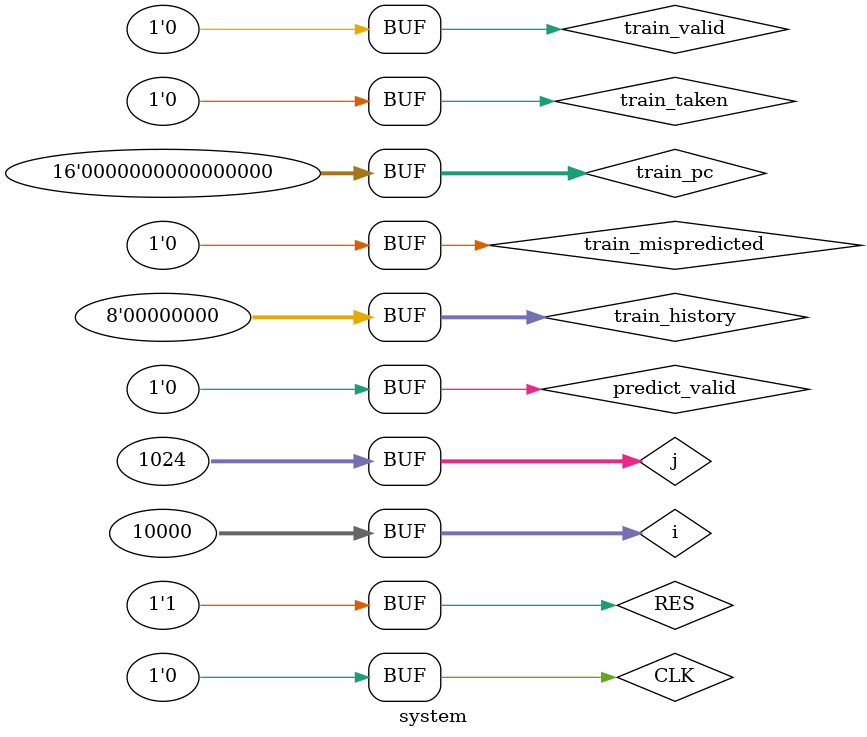
<source format=v>
`timescale 1ns / 1ps


module system;

	// Inputs
	reg CLK;
	reg RES;

	// Outputs
	wire        RD;
	wire        WR;
	wire [15:0] ADDR;

	// Bidirs
	wire [15:0] DATA;

	// Instantiate the Unit Under Test (UUT)
	core uut (
		.CLK(CLK), 
		.RES(RES), 
		.RD(RD), 
		.WR(WR), 
		.ADDR(ADDR), 
		.DATA(DATA)
	);
	
	// Branch prediction signals for monitoring
	wire predict_taken;
	wire [7:0] predict_history;
	reg predict_valid = 0;
	reg train_valid = 0;
	reg train_taken = 0;
	reg train_mispredicted = 0;
	reg [7:0] train_history = 0;
	reg [15:0] train_pc = 0;

    // Memory system
    reg [15:0] MEM [0:1023]; // Combined memory for both instructions and data
    reg [15:0] DATAO = 0;
    
    integer j;
    
    // Initialize memory
    initial begin
        for(j=0; j!=1024; j=j+1) begin
            MEM[j] = 0;
        end
        
        // Load ROM data - Enhanced test program to exercise branch prediction
        // This program includes more branches to test the branch predictor
        MEM[0] = 16'h0000; // NOP
        MEM[1] = 16'ha000; // IMM 0 %d0  - Counter
        MEM[2] = 16'ha101; // IMM 1 %d1  - Increment
        MEM[3] = 16'ha20a; // IMM 10 %d2 - Loop limit
        MEM[4] = 16'ha300; // IMM 0 %d3  - Sum
        MEM[5] = 16'ha400; // IMM 0 %d4  - Temp
        MEM[6] = 16'ha500; // IMM 0 %d5  - Result
        
        // Main loop - Count from 0 to 9
        MEM[7] = 16'h2201; // ADD %d0 %d1 - Increment counter
        MEM[8] = 16'h2302; // ADD %d3 %d0 - Add to sum
        
        // Check if counter is even or odd
        MEM[9] = 16'ha401; // IMM 1 %d4
        MEM[10] = 16'h6040; // AND %d0 %d4 - Check LSB
        MEM[11] = 16'hc003; // BRA +3 if result is 0 (even)
        
        // Odd path
        MEM[12] = 16'h2503; // ADD %d5 %d3 - Add sum to result
        MEM[13] = 16'hc002; // BRA +2 to skip even path
        
        // Even path
        MEM[14] = 16'h3503; // SUB %d5 %d3 - Subtract sum from result
        
        // Check if we've reached the loop limit
        MEM[15] = 16'h3020; // SUB %d0 %d2 - Compare counter to limit
        MEM[16] = 16'hc002; // BRA +2 if result is 0 (equal)
        MEM[17] = 16'hc0f0; // BRA -16 to loop start
        
        // End of program
        MEM[18] = 16'h0000; // NOP
        MEM[19] = 16'h0000; // NOP
        
        // Additional branch-heavy code to test prediction
        MEM[20] = 16'ha010; // IMM 16 %d0 - New counter
        MEM[21] = 16'ha101; // IMM 1 %d1  - Decrement
        
        // Countdown loop with alternating branch patterns
        MEM[22] = 16'h3010; // SUB %d0 %d1 - Decrement counter
        MEM[23] = 16'h6040; // AND %d0 %d4 - Check LSB
        MEM[24] = 16'hc002; // BRA +2 if result is 0 (even)
        MEM[25] = 16'hc002; // BRA +2 to skip
        MEM[26] = 16'hc001; // BRA +1 to continue
        MEM[27] = 16'h0000; // NOP
        MEM[28] = 16'hf0f9; // LOP %d0 -7 - Loop until counter is 0
        MEM[29] = 16'h0000; // NOP
        MEM[30] = 16'h0000; // NOP
    end
    
    // Memory read/write logic
    assign DATA = RD ? DATAO : 16'hzzzz;
    
    always@(posedge CLK) begin
        if(RD) begin
            DATAO <= MEM[ADDR[9:0]]; // Use only 10 bits of address for 1K memory
        end
        
        if(WR) begin
            MEM[ADDR[9:0]] <= DATA;
        end
    end
    
    integer i;

	initial begin
		// Initialize Inputs
		CLK = 0;
		RES = 0;

        // Generate VCD file for waveform viewing
        $dumpfile("system.vcd");
        $dumpvars(0, system);
        
        // Monitor branch prediction performance
        $monitor("Time=%t, PC=%h, Predict=%b, History=%h, Mispredict=%b", 
                 $time, uut.PC, uut.predict_taken, uut.predict_history, 
                 uut.train_mispredicted);

        for(i=0;i!=10000;i=i+1)
        begin
            #10 CLK = !CLK;
            if(i>10)
            begin
                RES = 1;
            end
        end 
	end
      
endmodule

</source>
